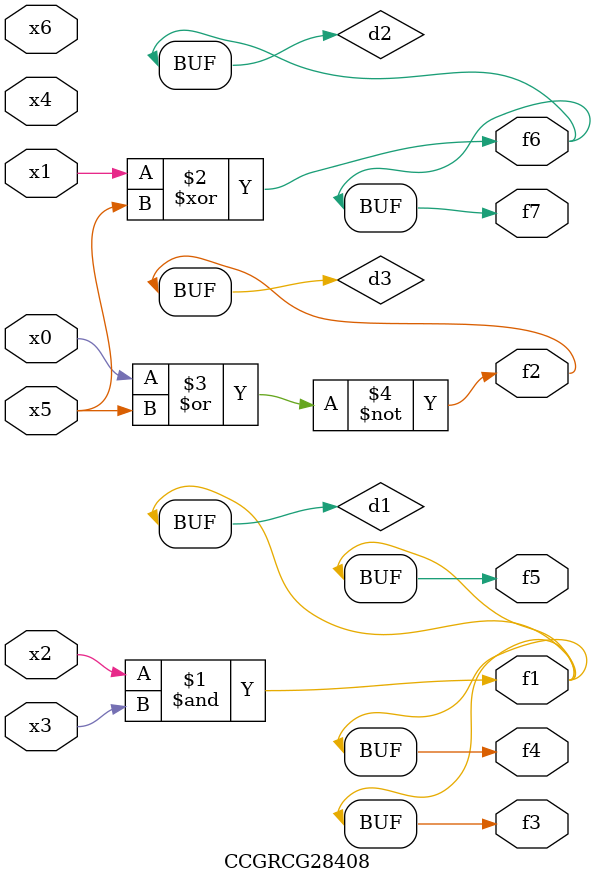
<source format=v>
module CCGRCG28408(
	input x0, x1, x2, x3, x4, x5, x6,
	output f1, f2, f3, f4, f5, f6, f7
);

	wire d1, d2, d3;

	and (d1, x2, x3);
	xor (d2, x1, x5);
	nor (d3, x0, x5);
	assign f1 = d1;
	assign f2 = d3;
	assign f3 = d1;
	assign f4 = d1;
	assign f5 = d1;
	assign f6 = d2;
	assign f7 = d2;
endmodule

</source>
